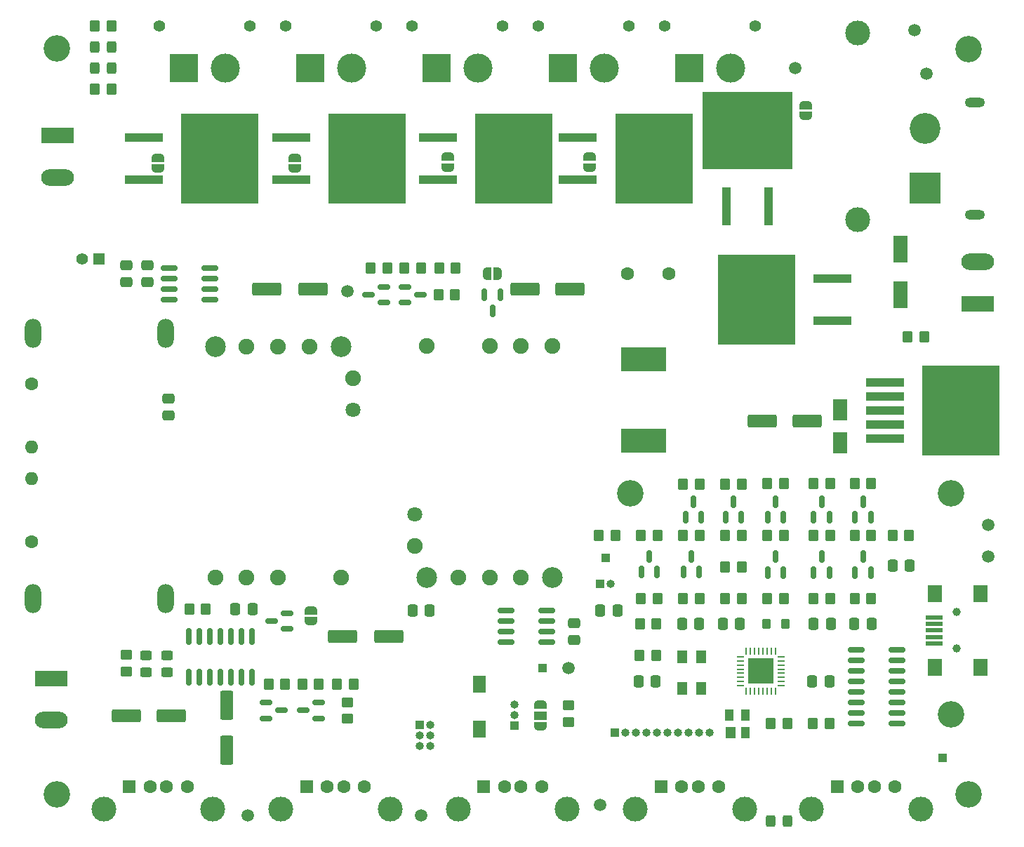
<source format=gbr>
%TF.GenerationSoftware,KiCad,Pcbnew,(6.0.0)*%
%TF.CreationDate,2022-03-04T10:43:38+00:00*%
%TF.ProjectId,ISOpower,49534f70-6f77-4657-922e-6b696361645f,rev?*%
%TF.SameCoordinates,Original*%
%TF.FileFunction,Soldermask,Top*%
%TF.FilePolarity,Negative*%
%FSLAX46Y46*%
G04 Gerber Fmt 4.6, Leading zero omitted, Abs format (unit mm)*
G04 Created by KiCad (PCBNEW (6.0.0)) date 2022-03-04 10:43:38*
%MOMM*%
%LPD*%
G01*
G04 APERTURE LIST*
G04 Aperture macros list*
%AMRoundRect*
0 Rectangle with rounded corners*
0 $1 Rounding radius*
0 $2 $3 $4 $5 $6 $7 $8 $9 X,Y pos of 4 corners*
0 Add a 4 corners polygon primitive as box body*
4,1,4,$2,$3,$4,$5,$6,$7,$8,$9,$2,$3,0*
0 Add four circle primitives for the rounded corners*
1,1,$1+$1,$2,$3*
1,1,$1+$1,$4,$5*
1,1,$1+$1,$6,$7*
1,1,$1+$1,$8,$9*
0 Add four rect primitives between the rounded corners*
20,1,$1+$1,$2,$3,$4,$5,0*
20,1,$1+$1,$4,$5,$6,$7,0*
20,1,$1+$1,$6,$7,$8,$9,0*
20,1,$1+$1,$8,$9,$2,$3,0*%
%AMFreePoly0*
4,1,22,0.500000,-0.750000,0.000000,-0.750000,0.000000,-0.745033,-0.079941,-0.743568,-0.215256,-0.701293,-0.333266,-0.622738,-0.424486,-0.514219,-0.481581,-0.384460,-0.499164,-0.250000,-0.500000,-0.250000,-0.500000,0.250000,-0.499164,0.250000,-0.499963,0.256109,-0.478152,0.396186,-0.417904,0.524511,-0.324060,0.630769,-0.204165,0.706417,-0.067858,0.745374,0.000000,0.744959,0.000000,0.750000,
0.500000,0.750000,0.500000,-0.750000,0.500000,-0.750000,$1*%
%AMFreePoly1*
4,1,20,0.000000,0.744959,0.073905,0.744508,0.209726,0.703889,0.328688,0.626782,0.421226,0.519385,0.479903,0.390333,0.500000,0.250000,0.500000,-0.250000,0.499851,-0.262216,0.476331,-0.402017,0.414519,-0.529596,0.319384,-0.634700,0.198574,-0.708877,0.061801,-0.746166,0.000000,-0.745033,0.000000,-0.750000,-0.500000,-0.750000,-0.500000,0.750000,0.000000,0.750000,0.000000,0.744959,
0.000000,0.744959,$1*%
%AMFreePoly2*
4,1,22,0.550000,-0.750000,0.000000,-0.750000,0.000000,-0.745033,-0.079941,-0.743568,-0.215256,-0.701293,-0.333266,-0.622738,-0.424486,-0.514219,-0.481581,-0.384460,-0.499164,-0.250000,-0.500000,-0.250000,-0.500000,0.250000,-0.499164,0.250000,-0.499963,0.256109,-0.478152,0.396186,-0.417904,0.524511,-0.324060,0.630769,-0.204165,0.706417,-0.067858,0.745374,0.000000,0.744959,0.000000,0.750000,
0.550000,0.750000,0.550000,-0.750000,0.550000,-0.750000,$1*%
%AMFreePoly3*
4,1,20,0.000000,0.744959,0.073905,0.744508,0.209726,0.703889,0.328688,0.626782,0.421226,0.519385,0.479903,0.390333,0.500000,0.250000,0.500000,-0.250000,0.499851,-0.262216,0.476331,-0.402017,0.414519,-0.529596,0.319384,-0.634700,0.198574,-0.708877,0.061801,-0.746166,0.000000,-0.745033,0.000000,-0.750000,-0.550000,-0.750000,-0.550000,0.750000,0.000000,0.750000,0.000000,0.744959,
0.000000,0.744959,$1*%
G04 Aperture macros list end*
%ADD10R,1.800000X2.500000*%
%ADD11R,1.600000X1.500000*%
%ADD12C,1.600000*%
%ADD13C,3.000000*%
%ADD14C,1.500000*%
%ADD15FreePoly0,90.000000*%
%ADD16FreePoly1,90.000000*%
%ADD17RoundRect,0.250000X-1.500000X-0.550000X1.500000X-0.550000X1.500000X0.550000X-1.500000X0.550000X0*%
%ADD18R,4.600000X1.100000*%
%ADD19R,9.400000X10.800000*%
%ADD20C,1.400000*%
%ADD21R,3.500000X3.500000*%
%ADD22C,3.500000*%
%ADD23RoundRect,0.150000X0.150000X-0.587500X0.150000X0.587500X-0.150000X0.587500X-0.150000X-0.587500X0*%
%ADD24RoundRect,0.062500X-0.375000X-0.062500X0.375000X-0.062500X0.375000X0.062500X-0.375000X0.062500X0*%
%ADD25RoundRect,0.062500X-0.062500X-0.375000X0.062500X-0.375000X0.062500X0.375000X-0.062500X0.375000X0*%
%ADD26R,3.100000X3.100000*%
%ADD27RoundRect,0.250000X-0.350000X-0.450000X0.350000X-0.450000X0.350000X0.450000X-0.350000X0.450000X0*%
%ADD28O,1.600000X1.600000*%
%ADD29RoundRect,0.150000X0.150000X-0.825000X0.150000X0.825000X-0.150000X0.825000X-0.150000X-0.825000X0*%
%ADD30R,1.000000X1.000000*%
%ADD31O,1.000000X1.000000*%
%ADD32RoundRect,0.250000X-0.475000X0.337500X-0.475000X-0.337500X0.475000X-0.337500X0.475000X0.337500X0*%
%ADD33R,3.960000X1.980000*%
%ADD34O,3.960000X1.980000*%
%ADD35RoundRect,0.250000X-0.337500X-0.475000X0.337500X-0.475000X0.337500X0.475000X-0.337500X0.475000X0*%
%ADD36RoundRect,0.250000X0.350000X0.450000X-0.350000X0.450000X-0.350000X-0.450000X0.350000X-0.450000X0*%
%ADD37RoundRect,0.250000X1.500000X0.550000X-1.500000X0.550000X-1.500000X-0.550000X1.500000X-0.550000X0*%
%ADD38RoundRect,0.250000X0.475000X-0.337500X0.475000X0.337500X-0.475000X0.337500X-0.475000X-0.337500X0*%
%ADD39C,1.900000*%
%ADD40C,2.500000*%
%ADD41C,1.800000*%
%ADD42RoundRect,0.250000X0.337500X0.475000X-0.337500X0.475000X-0.337500X-0.475000X0.337500X-0.475000X0*%
%ADD43RoundRect,0.150000X-0.825000X-0.150000X0.825000X-0.150000X0.825000X0.150000X-0.825000X0.150000X0*%
%ADD44RoundRect,0.250000X-0.450000X0.325000X-0.450000X-0.325000X0.450000X-0.325000X0.450000X0.325000X0*%
%ADD45RoundRect,0.250000X0.325000X0.450000X-0.325000X0.450000X-0.325000X-0.450000X0.325000X-0.450000X0*%
%ADD46R,1.600000X2.000000*%
%ADD47R,1.300000X1.600000*%
%ADD48RoundRect,0.250000X-0.275000X-0.350000X0.275000X-0.350000X0.275000X0.350000X-0.275000X0.350000X0*%
%ADD49C,3.200000*%
%ADD50O,2.000000X3.500000*%
%ADD51R,1.400000X1.400000*%
%ADD52R,1.200000X1.400000*%
%ADD53R,1.000000X1.400000*%
%ADD54C,3.716000*%
%ADD55R,3.716000X3.716000*%
%ADD56O,2.400000X1.200000*%
%ADD57FreePoly2,270.000000*%
%ADD58R,1.500000X1.000000*%
%ADD59FreePoly3,270.000000*%
%ADD60R,1.100000X4.600000*%
%ADD61R,10.800000X9.400000*%
%ADD62RoundRect,0.250000X-0.450000X0.350000X-0.450000X-0.350000X0.450000X-0.350000X0.450000X0.350000X0*%
%ADD63RoundRect,0.150000X0.825000X0.150000X-0.825000X0.150000X-0.825000X-0.150000X0.825000X-0.150000X0*%
%ADD64RoundRect,0.150000X0.587500X0.150000X-0.587500X0.150000X-0.587500X-0.150000X0.587500X-0.150000X0*%
%ADD65RoundRect,0.150000X-0.587500X-0.150000X0.587500X-0.150000X0.587500X0.150000X-0.587500X0.150000X0*%
%ADD66FreePoly0,180.000000*%
%ADD67FreePoly1,180.000000*%
%ADD68RoundRect,0.150000X-0.150000X0.587500X-0.150000X-0.587500X0.150000X-0.587500X0.150000X0.587500X0*%
%ADD69RoundRect,0.250000X0.550000X-1.500000X0.550000X1.500000X-0.550000X1.500000X-0.550000X-1.500000X0*%
%ADD70C,1.000000*%
%ADD71R,2.000000X0.500000*%
%ADD72R,1.700000X2.000000*%
%ADD73R,5.400000X2.900000*%
%ADD74R,1.700000X3.300000*%
G04 APERTURE END LIST*
D10*
%TO.C,D3*%
X157184511Y-88805000D03*
X157184511Y-92805000D03*
%TD*%
D11*
%TO.C,J12*%
X135599511Y-134319511D03*
D12*
X138099511Y-134319511D03*
X140099511Y-134319511D03*
X142599511Y-134319511D03*
D13*
X145669511Y-137029511D03*
X132529511Y-137029511D03*
%TD*%
D14*
%TO.C,TP2*%
X166184511Y-43049511D03*
%TD*%
D15*
%TO.C,JP6*%
X109855000Y-59578000D03*
D16*
X109855000Y-58278000D03*
%TD*%
D17*
%TO.C,C14*%
X88005000Y-74295000D03*
X93605000Y-74295000D03*
%TD*%
D18*
%TO.C,Q4*%
X73219511Y-55984511D03*
D19*
X82369511Y-58524511D03*
D18*
X73219511Y-61064511D03*
%TD*%
D20*
%TO.C,J15*%
X90284511Y-42545000D03*
X101284511Y-42545000D03*
D21*
X93284511Y-47545000D03*
D22*
X98284511Y-47545000D03*
%TD*%
D23*
%TO.C,Q13*%
X143374511Y-101777011D03*
X145274511Y-101777011D03*
X144324511Y-99902011D03*
%TD*%
D24*
%TO.C,U3*%
X145222011Y-118604511D03*
X145222011Y-119104511D03*
X145222011Y-119604511D03*
X145222011Y-120104511D03*
X145222011Y-120604511D03*
X145222011Y-121104511D03*
X145222011Y-121604511D03*
X145222011Y-122104511D03*
D25*
X145909511Y-122792011D03*
X146409511Y-122792011D03*
X146909511Y-122792011D03*
X147409511Y-122792011D03*
X147909511Y-122792011D03*
X148409511Y-122792011D03*
X148909511Y-122792011D03*
X149409511Y-122792011D03*
D24*
X150097011Y-122104511D03*
X150097011Y-121604511D03*
X150097011Y-121104511D03*
X150097011Y-120604511D03*
X150097011Y-120104511D03*
X150097011Y-119604511D03*
X150097011Y-119104511D03*
X150097011Y-118604511D03*
D25*
X149409511Y-117917011D03*
X148909511Y-117917011D03*
X148409511Y-117917011D03*
X147909511Y-117917011D03*
X147409511Y-117917011D03*
X146909511Y-117917011D03*
X146409511Y-117917011D03*
X145909511Y-117917011D03*
D26*
X147659511Y-120354511D03*
%TD*%
D18*
%TO.C,Q5*%
X90999511Y-55984511D03*
D19*
X100149511Y-58524511D03*
D18*
X90999511Y-61064511D03*
%TD*%
D27*
%TO.C,R15*%
X133164511Y-103989511D03*
X135164511Y-103989511D03*
%TD*%
D12*
%TO.C,R7*%
X59690000Y-85725000D03*
D28*
X59690000Y-93345000D03*
%TD*%
D29*
%TO.C,U19*%
X78619511Y-121089511D03*
X79889511Y-121089511D03*
X81159511Y-121089511D03*
X82429511Y-121089511D03*
X83699511Y-121089511D03*
X84969511Y-121089511D03*
X86239511Y-121089511D03*
X86239511Y-116139511D03*
X84969511Y-116139511D03*
X83699511Y-116139511D03*
X82429511Y-116139511D03*
X81159511Y-116139511D03*
X79889511Y-116139511D03*
X78619511Y-116139511D03*
%TD*%
D15*
%TO.C,JP3*%
X93345000Y-114330000D03*
D16*
X93345000Y-113030000D03*
%TD*%
D30*
%TO.C,J8*%
X106494511Y-126869511D03*
D31*
X107764511Y-126869511D03*
X106494511Y-128139511D03*
X107764511Y-128139511D03*
X106494511Y-129409511D03*
X107764511Y-129409511D03*
%TD*%
D30*
%TO.C,J25*%
X128270000Y-109855000D03*
D31*
X129540000Y-109855000D03*
%TD*%
D32*
%TO.C,C12*%
X76200000Y-87460000D03*
X76200000Y-89535000D03*
%TD*%
D18*
%TO.C,U10*%
X162634511Y-85500000D03*
X162634511Y-87200000D03*
X162634511Y-88900000D03*
D19*
X171784511Y-88900000D03*
D18*
X162634511Y-90600000D03*
X162634511Y-92300000D03*
%TD*%
D33*
%TO.C,J21*%
X173804511Y-75989511D03*
D34*
X173804511Y-70989511D03*
%TD*%
D27*
%TO.C,R28*%
X133023088Y-118449511D03*
X135023088Y-118449511D03*
%TD*%
D23*
%TO.C,Q10*%
X138294511Y-108404511D03*
X140194511Y-108404511D03*
X139244511Y-106529511D03*
%TD*%
D35*
%TO.C,C25*%
X163524290Y-107654511D03*
X165599290Y-107654511D03*
%TD*%
D36*
%TO.C,R3a1*%
X110842141Y-71755000D03*
X108842141Y-71755000D03*
%TD*%
D18*
%TO.C,Q1*%
X156270000Y-78105000D03*
D19*
X147120000Y-75565000D03*
D18*
X156270000Y-73025000D03*
%TD*%
D37*
%TO.C,C10*%
X124620000Y-74295000D03*
X119220000Y-74295000D03*
%TD*%
D38*
%TO.C,C18*%
X71120000Y-73427500D03*
X71120000Y-71352500D03*
%TD*%
D39*
%TO.C,U5*%
X81824511Y-109089511D03*
X89424511Y-109089511D03*
X97024511Y-109089511D03*
D40*
X97024511Y-81189511D03*
D39*
X93224511Y-81189511D03*
X89424511Y-81189511D03*
X85624511Y-81189511D03*
D40*
X81824511Y-81189511D03*
D41*
X98424511Y-88789511D03*
D39*
X98424511Y-84989511D03*
X85624511Y-109089511D03*
%TD*%
D36*
%TO.C,R23*%
X150404511Y-111629511D03*
X148404511Y-111629511D03*
%TD*%
D27*
%TO.C,R1*%
X165370000Y-80010000D03*
X167370000Y-80010000D03*
%TD*%
D20*
%TO.C,J14*%
X75044511Y-42545000D03*
X86044511Y-42545000D03*
D21*
X78044511Y-47545000D03*
D22*
X83044511Y-47545000D03*
%TD*%
D20*
%TO.C,J18*%
X147004511Y-42545000D03*
X136004511Y-42545000D03*
D21*
X139004511Y-47545000D03*
D22*
X144004511Y-47545000D03*
%TD*%
D42*
%TO.C,C4*%
X145119511Y-114639511D03*
X143044511Y-114639511D03*
%TD*%
D43*
%TO.C,U6*%
X116905000Y-113030000D03*
X116905000Y-114300000D03*
X116905000Y-115570000D03*
X116905000Y-116840000D03*
X121855000Y-116840000D03*
X121855000Y-115570000D03*
X121855000Y-114300000D03*
X121855000Y-113030000D03*
%TD*%
D27*
%TO.C,R1a1*%
X100587141Y-71755000D03*
X102587141Y-71755000D03*
%TD*%
D44*
%TO.C,D5*%
X76014511Y-118469511D03*
X76014511Y-120519511D03*
%TD*%
D45*
%TO.C,D2*%
X150885000Y-138430000D03*
X148835000Y-138430000D03*
%TD*%
D46*
%TO.C,SW1*%
X113665000Y-127320000D03*
X113665000Y-121920000D03*
%TD*%
D36*
%TO.C,R3b1*%
X98520000Y-121920000D03*
X96520000Y-121920000D03*
%TD*%
D30*
%TO.C,J24*%
X128905000Y-106680000D03*
%TD*%
D33*
%TO.C,J22*%
X62804511Y-55749511D03*
D34*
X62804511Y-60749511D03*
%TD*%
D14*
%TO.C,TP7*%
X175074511Y-106549511D03*
%TD*%
%TO.C,TP4*%
X151765000Y-47625000D03*
%TD*%
D47*
%TO.C,Y1*%
X138134511Y-118619511D03*
X138134511Y-122419511D03*
X140434511Y-122419511D03*
X140434511Y-118619511D03*
%TD*%
D48*
%TO.C,L1*%
X148294511Y-114639511D03*
X150594511Y-114639511D03*
%TD*%
D11*
%TO.C,J13*%
X156849506Y-134319511D03*
D12*
X159349506Y-134319511D03*
X161349506Y-134319511D03*
X163849506Y-134319511D03*
D13*
X153779506Y-137029511D03*
X166919506Y-137029511D03*
%TD*%
D27*
%TO.C,R1b1*%
X88265000Y-121920000D03*
X90265000Y-121920000D03*
%TD*%
D17*
%TO.C,C9*%
X71120000Y-125730000D03*
X76520000Y-125730000D03*
%TD*%
D27*
%TO.C,R8*%
X148834511Y-126704511D03*
X150834511Y-126704511D03*
%TD*%
D45*
%TO.C,D6*%
X69360000Y-45085000D03*
X67310000Y-45085000D03*
%TD*%
D14*
%TO.C,TP10*%
X85725000Y-137795000D03*
%TD*%
D17*
%TO.C,C20*%
X147795000Y-90170000D03*
X153195000Y-90170000D03*
%TD*%
D36*
%TO.C,R21*%
X155987697Y-111629511D03*
X153987697Y-111629511D03*
%TD*%
D44*
%TO.C,D7*%
X73474511Y-118469511D03*
X73474511Y-120519511D03*
%TD*%
D23*
%TO.C,Q14*%
X148454511Y-101752011D03*
X150354511Y-101752011D03*
X149404511Y-99877011D03*
%TD*%
D35*
%TO.C,C15*%
X128270000Y-113030000D03*
X130345000Y-113030000D03*
%TD*%
D27*
%TO.C,R19*%
X143324511Y-97770000D03*
X145324511Y-97770000D03*
%TD*%
D36*
%TO.C,R13*%
X145324511Y-107819511D03*
X143324511Y-107819511D03*
%TD*%
D39*
%TO.C,U4*%
X122524511Y-81119511D03*
X114924511Y-81119511D03*
X107324511Y-81119511D03*
D40*
X107324511Y-109019511D03*
D39*
X111124511Y-109019511D03*
X114924511Y-109019511D03*
X118724511Y-109019511D03*
D40*
X122524511Y-109019511D03*
D41*
X105924511Y-101419511D03*
D39*
X105924511Y-105219511D03*
X118724511Y-81119511D03*
%TD*%
D14*
%TO.C,TP3*%
X124460000Y-120015000D03*
%TD*%
D36*
%TO.C,R36*%
X155987697Y-104009511D03*
X153987697Y-104009511D03*
%TD*%
D27*
%TO.C,R27*%
X133054511Y-114639511D03*
X135054511Y-114639511D03*
%TD*%
D23*
%TO.C,Q12*%
X138564511Y-101777011D03*
X140464511Y-101777011D03*
X139514511Y-99902011D03*
%TD*%
D42*
%TO.C,C8*%
X134959511Y-121624511D03*
X132884511Y-121624511D03*
%TD*%
D12*
%TO.C,C19*%
X136525000Y-72390000D03*
X131525000Y-72390000D03*
%TD*%
D49*
%TO.C,H7*%
X131894511Y-98929511D03*
%TD*%
D50*
%TO.C,M1*%
X59809511Y-111629511D03*
X75809511Y-111629511D03*
X59809511Y-79629511D03*
X75809511Y-79629511D03*
D51*
X67809511Y-70629511D03*
D20*
X65809511Y-70629511D03*
%TD*%
D14*
%TO.C,TP1*%
X167640000Y-48260000D03*
%TD*%
D11*
%TO.C,J10*%
X92834511Y-134319511D03*
D12*
X95334511Y-134319511D03*
X97334511Y-134319511D03*
X99834511Y-134319511D03*
D13*
X102904511Y-137029511D03*
X89764511Y-137029511D03*
%TD*%
D18*
%TO.C,Q6*%
X108664511Y-55984511D03*
D19*
X117814511Y-58524511D03*
D18*
X108664511Y-61064511D03*
%TD*%
D52*
%TO.C,D4*%
X144029511Y-127804511D03*
D53*
X145749511Y-127804511D03*
X145749511Y-125604511D03*
X143849511Y-125604511D03*
%TD*%
D30*
%TO.C,J6*%
X117924511Y-126954511D03*
D31*
X117924511Y-125684511D03*
X117924511Y-124414511D03*
%TD*%
D15*
%TO.C,JP4*%
X74915000Y-59705000D03*
D16*
X74915000Y-58405000D03*
%TD*%
D12*
%TO.C,R6*%
X59690000Y-104775000D03*
D28*
X59690000Y-97155000D03*
%TD*%
D54*
%TO.C,J1*%
X167454511Y-54899511D03*
D55*
X167454511Y-62099511D03*
D56*
X173454511Y-65249511D03*
X173454511Y-51749511D03*
%TD*%
D27*
%TO.C,R31*%
X78714511Y-112899511D03*
X80714511Y-112899511D03*
%TD*%
D30*
%TO.C,J26*%
X169545000Y-130810000D03*
%TD*%
D27*
%TO.C,R12*%
X143324511Y-104009511D03*
X145324511Y-104009511D03*
%TD*%
D57*
%TO.C,JP1*%
X121099511Y-124409511D03*
D58*
X121099511Y-125709511D03*
D59*
X121099511Y-127009511D03*
%TD*%
D36*
%TO.C,R4a1*%
X110747141Y-74930000D03*
X108747141Y-74930000D03*
%TD*%
D42*
%TO.C,C24*%
X155914511Y-121624511D03*
X153839511Y-121624511D03*
%TD*%
D20*
%TO.C,J17*%
X120764511Y-42545000D03*
X131764511Y-42545000D03*
D21*
X123764511Y-47545000D03*
D22*
X128764511Y-47545000D03*
%TD*%
D36*
%TO.C,R17*%
X150404511Y-104009511D03*
X148404511Y-104009511D03*
%TD*%
D35*
%TO.C,C23*%
X158919511Y-114639511D03*
X160994511Y-114639511D03*
%TD*%
D36*
%TO.C,R14*%
X130084511Y-104009511D03*
X128084511Y-104009511D03*
%TD*%
D60*
%TO.C,Q8*%
X143510000Y-64280000D03*
D61*
X146050000Y-55130000D03*
D60*
X148590000Y-64280000D03*
%TD*%
D49*
%TO.C,H8*%
X170629511Y-125599511D03*
%TD*%
D15*
%TO.C,JP7*%
X127000000Y-59578000D03*
D16*
X127000000Y-58278000D03*
%TD*%
D62*
%TO.C,R5*%
X124460000Y-124460000D03*
X124460000Y-126460000D03*
%TD*%
D43*
%TO.C,U8*%
X159154511Y-117814511D03*
X159154511Y-119084511D03*
X159154511Y-120354511D03*
X159154511Y-121624511D03*
X159154511Y-122894511D03*
X159154511Y-124164511D03*
X159154511Y-125434511D03*
X159154511Y-126704511D03*
X164104511Y-126704511D03*
X164104511Y-125434511D03*
X164104511Y-124164511D03*
X164104511Y-122894511D03*
X164104511Y-121624511D03*
X164104511Y-120354511D03*
X164104511Y-119084511D03*
X164104511Y-117814511D03*
%TD*%
D42*
%TO.C,C30*%
X86344511Y-112899511D03*
X84269511Y-112899511D03*
%TD*%
D27*
%TO.C,R22*%
X158968730Y-111609511D03*
X160968730Y-111609511D03*
%TD*%
D42*
%TO.C,C11*%
X107717500Y-113030000D03*
X105642500Y-113030000D03*
%TD*%
D14*
%TO.C,TP5*%
X128270000Y-136525000D03*
%TD*%
D20*
%TO.C,J16*%
X116524511Y-42545000D03*
X105524511Y-42545000D03*
D21*
X108524511Y-47545000D03*
D22*
X113524511Y-47545000D03*
%TD*%
D11*
%TO.C,J9*%
X71464511Y-134319511D03*
D12*
X73964511Y-134319511D03*
X75964511Y-134319511D03*
X78464511Y-134319511D03*
D13*
X68394511Y-137029511D03*
X81534511Y-137029511D03*
%TD*%
D62*
%TO.C,R4b1*%
X97790000Y-124095000D03*
X97790000Y-126095000D03*
%TD*%
D27*
%TO.C,R35*%
X163545544Y-104009511D03*
X165545544Y-104009511D03*
%TD*%
D14*
%TO.C,TP6*%
X106680000Y-137795000D03*
%TD*%
D35*
%TO.C,C7*%
X138134511Y-114639511D03*
X140209511Y-114639511D03*
%TD*%
D15*
%TO.C,JP5*%
X91440000Y-59705000D03*
D16*
X91440000Y-58405000D03*
%TD*%
D63*
%TO.C,U7*%
X81215000Y-75565000D03*
X81215000Y-74295000D03*
X81215000Y-73025000D03*
X81215000Y-71755000D03*
X76265000Y-71755000D03*
X76265000Y-73025000D03*
X76265000Y-74295000D03*
X76265000Y-75565000D03*
%TD*%
D27*
%TO.C,R34*%
X67310000Y-50165000D03*
X69310000Y-50165000D03*
%TD*%
%TO.C,R38*%
X153987697Y-97745000D03*
X155987697Y-97745000D03*
%TD*%
D64*
%TO.C,U15*%
X94282500Y-126045000D03*
X94282500Y-124145000D03*
X92407500Y-125095000D03*
%TD*%
%TO.C,U16*%
X102159641Y-75880000D03*
X102159641Y-73980000D03*
X100284641Y-74930000D03*
%TD*%
D30*
%TO.C,J30*%
X121285000Y-120015000D03*
%TD*%
D35*
%TO.C,C22*%
X154009511Y-114639511D03*
X156084511Y-114639511D03*
%TD*%
D45*
%TO.C,D8*%
X69360000Y-47625000D03*
X67310000Y-47625000D03*
%TD*%
D32*
%TO.C,C17*%
X125095000Y-114532500D03*
X125095000Y-116607500D03*
%TD*%
D27*
%TO.C,R18*%
X138244511Y-97770000D03*
X140244511Y-97770000D03*
%TD*%
D30*
%TO.C,J29*%
X130004511Y-127747783D03*
D31*
X131274511Y-127747783D03*
X132544511Y-127747783D03*
X133814511Y-127747783D03*
X135084511Y-127747783D03*
X136354511Y-127747783D03*
X137624511Y-127747783D03*
X138894511Y-127747783D03*
X140164511Y-127747783D03*
X141434511Y-127747783D03*
%TD*%
D65*
%TO.C,U17*%
X87962500Y-124145000D03*
X87962500Y-126045000D03*
X89837500Y-125095000D03*
%TD*%
D23*
%TO.C,Q16*%
X159018730Y-108424511D03*
X160918730Y-108424511D03*
X159968730Y-106549511D03*
%TD*%
D66*
%TO.C,JP2*%
X115924511Y-72390000D03*
D67*
X114624511Y-72390000D03*
%TD*%
D36*
%TO.C,R16*%
X140244511Y-103989511D03*
X138244511Y-103989511D03*
%TD*%
D23*
%TO.C,Q17*%
X154037697Y-101752011D03*
X155937697Y-101752011D03*
X154987697Y-99877011D03*
%TD*%
D27*
%TO.C,R2b1*%
X92345000Y-121920000D03*
X94345000Y-121920000D03*
%TD*%
D23*
%TO.C,Q15*%
X154037697Y-108424511D03*
X155937697Y-108424511D03*
X154987697Y-106549511D03*
%TD*%
D15*
%TO.C,JP8*%
X153035000Y-53370000D03*
D16*
X153035000Y-52070000D03*
%TD*%
D68*
%TO.C,Q2*%
X116224511Y-74967011D03*
X114324511Y-74967011D03*
X115274511Y-76842011D03*
%TD*%
D36*
%TO.C,R9*%
X135164511Y-111609511D03*
X133164511Y-111609511D03*
%TD*%
%TO.C,R10*%
X140244511Y-111609511D03*
X138244511Y-111609511D03*
%TD*%
D13*
%TO.C,F1*%
X159324511Y-43309511D03*
X159324511Y-65909511D03*
%TD*%
D27*
%TO.C,R11*%
X143324511Y-111629511D03*
X145324511Y-111629511D03*
%TD*%
D23*
%TO.C,Q18*%
X159018730Y-101752011D03*
X160918730Y-101752011D03*
X159968730Y-99877011D03*
%TD*%
%TO.C,Q9*%
X133214511Y-108404511D03*
X135114511Y-108404511D03*
X134164511Y-106529511D03*
%TD*%
D69*
%TO.C,C21*%
X83185000Y-129860000D03*
X83185000Y-124460000D03*
%TD*%
D27*
%TO.C,R32*%
X67310000Y-42545000D03*
X69310000Y-42545000D03*
%TD*%
%TO.C,R4*%
X153914511Y-126704511D03*
X155914511Y-126704511D03*
%TD*%
D70*
%TO.C,J31*%
X171264511Y-117639511D03*
X171264511Y-113239511D03*
D71*
X168564511Y-117039511D03*
X168564511Y-116239511D03*
X168564511Y-115439511D03*
X168564511Y-114639511D03*
X168564511Y-113839511D03*
D72*
X168664511Y-119889511D03*
X168664511Y-110989511D03*
X174114511Y-119889511D03*
X174114511Y-110989511D03*
%TD*%
D49*
%TO.C,H11*%
X172720000Y-135255000D03*
X172720000Y-45258000D03*
X62738000Y-45212000D03*
X62729000Y-135255000D03*
%TD*%
D33*
%TO.C,J23*%
X62044511Y-121234511D03*
D34*
X62044511Y-126234511D03*
%TD*%
D23*
%TO.C,Q11*%
X148454511Y-108424511D03*
X150354511Y-108424511D03*
X149404511Y-106549511D03*
%TD*%
D27*
%TO.C,R39*%
X158968730Y-97745000D03*
X160968730Y-97745000D03*
%TD*%
D36*
%TO.C,R37*%
X160968730Y-103989511D03*
X158968730Y-103989511D03*
%TD*%
D14*
%TO.C,TP9*%
X97790000Y-74515489D03*
%TD*%
D18*
%TO.C,Q7*%
X125585000Y-55984511D03*
D19*
X134735000Y-58524511D03*
D18*
X125585000Y-61064511D03*
%TD*%
D37*
%TO.C,C13*%
X102755000Y-116205000D03*
X97155000Y-116205000D03*
%TD*%
D38*
%TO.C,C16*%
X73660000Y-73423631D03*
X73660000Y-71348631D03*
%TD*%
D62*
%TO.C,R33*%
X71120000Y-118380000D03*
X71120000Y-120380000D03*
%TD*%
D73*
%TO.C,L2*%
X133480000Y-82680000D03*
X133480000Y-92580000D03*
%TD*%
D11*
%TO.C,J11*%
X114204511Y-134319511D03*
D12*
X116704511Y-134319511D03*
X118704511Y-134319511D03*
X121204511Y-134319511D03*
D13*
X111134511Y-137029511D03*
X124274511Y-137029511D03*
%TD*%
D74*
%TO.C,D1*%
X164465000Y-69430000D03*
X164465000Y-74930000D03*
%TD*%
D49*
%TO.C,H9*%
X170629511Y-98929511D03*
%TD*%
D14*
%TO.C,TP8*%
X175074511Y-102739511D03*
%TD*%
D65*
%TO.C,U18*%
X104729641Y-73980000D03*
X104729641Y-75880000D03*
X106604641Y-74930000D03*
%TD*%
D64*
%TO.C,Q3*%
X90472500Y-115250000D03*
X90472500Y-113350000D03*
X88597500Y-114300000D03*
%TD*%
D27*
%TO.C,R20*%
X148404511Y-97745000D03*
X150404511Y-97745000D03*
%TD*%
%TO.C,R2a1*%
X104667141Y-71755000D03*
X106667141Y-71755000D03*
%TD*%
M02*

</source>
